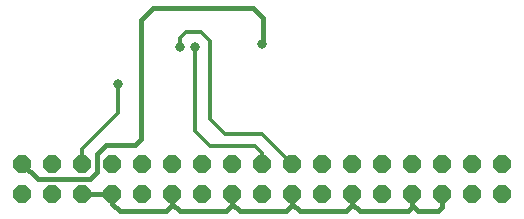
<source format=gbl>
G75*
%MOIN*%
%OFA0B0*%
%FSLAX25Y25*%
%IPPOS*%
%LPD*%
%AMOC8*
5,1,8,0,0,1.08239X$1,22.5*
%
%ADD10OC8,0.05906*%
%ADD11C,0.01600*%
%ADD12C,0.03200*%
%ADD13C,0.01200*%
D10*
X0108334Y0096147D03*
X0118334Y0096147D03*
X0118334Y0106147D03*
X0108334Y0106147D03*
X0128334Y0106147D03*
X0138334Y0106147D03*
X0148334Y0106147D03*
X0158334Y0106147D03*
X0168334Y0106147D03*
X0178334Y0106147D03*
X0188334Y0106147D03*
X0198334Y0106147D03*
X0208334Y0106147D03*
X0218334Y0106147D03*
X0228334Y0106147D03*
X0238334Y0106147D03*
X0248334Y0106147D03*
X0258334Y0106147D03*
X0268334Y0106147D03*
X0268334Y0096147D03*
X0258334Y0096147D03*
X0248334Y0096147D03*
X0238334Y0096147D03*
X0228334Y0096147D03*
X0218334Y0096147D03*
X0208334Y0096147D03*
X0198334Y0096147D03*
X0188334Y0096147D03*
X0178334Y0096147D03*
X0168334Y0096147D03*
X0158334Y0096147D03*
X0148334Y0096147D03*
X0138334Y0096147D03*
X0128334Y0096147D03*
D11*
X0138334Y0092947D02*
X0140834Y0090447D01*
X0156334Y0090447D01*
X0158334Y0092447D01*
X0158334Y0096147D01*
X0158334Y0092947D01*
X0160834Y0090447D01*
X0176334Y0090447D01*
X0178334Y0092447D01*
X0178334Y0096147D01*
X0178334Y0092947D01*
X0180834Y0090447D01*
X0196334Y0090447D01*
X0198334Y0092447D01*
X0198334Y0096147D01*
X0198334Y0092947D01*
X0200834Y0090447D01*
X0216334Y0090447D01*
X0218334Y0092447D01*
X0218334Y0096147D01*
X0218334Y0092947D01*
X0220834Y0090447D01*
X0236834Y0090447D01*
X0238334Y0091947D01*
X0238334Y0096147D01*
X0238334Y0092447D01*
X0240334Y0090447D01*
X0246834Y0090447D01*
X0248334Y0091947D01*
X0248334Y0096147D01*
X0147894Y0114507D02*
X0145834Y0112447D01*
X0136334Y0112447D01*
X0133334Y0109447D01*
X0133334Y0103447D01*
X0131084Y0101197D01*
X0113534Y0101197D01*
X0108334Y0106147D01*
X0128334Y0096147D02*
X0138334Y0096147D01*
X0138334Y0092947D01*
X0147894Y0114507D02*
X0147894Y0154357D01*
X0151894Y0158357D01*
X0185201Y0158357D01*
X0188547Y0155010D01*
X0188547Y0146510D01*
X0188394Y0146357D01*
D12*
X0188394Y0146357D03*
X0165894Y0145357D03*
X0160894Y0145357D03*
X0140334Y0132947D03*
D13*
X0140334Y0123197D01*
X0128334Y0111197D01*
X0128334Y0106147D01*
X0165894Y0117357D02*
X0170894Y0112357D01*
X0185894Y0112357D01*
X0188394Y0109857D01*
X0188394Y0106207D01*
X0188334Y0106147D01*
X0198334Y0106147D02*
X0188194Y0116287D01*
X0188194Y0116357D01*
X0175894Y0116357D01*
X0170894Y0121357D01*
X0170894Y0147357D01*
X0167894Y0150357D01*
X0162894Y0150357D01*
X0160894Y0148357D01*
X0160894Y0145357D01*
X0165894Y0145357D02*
X0165894Y0117357D01*
M02*

</source>
